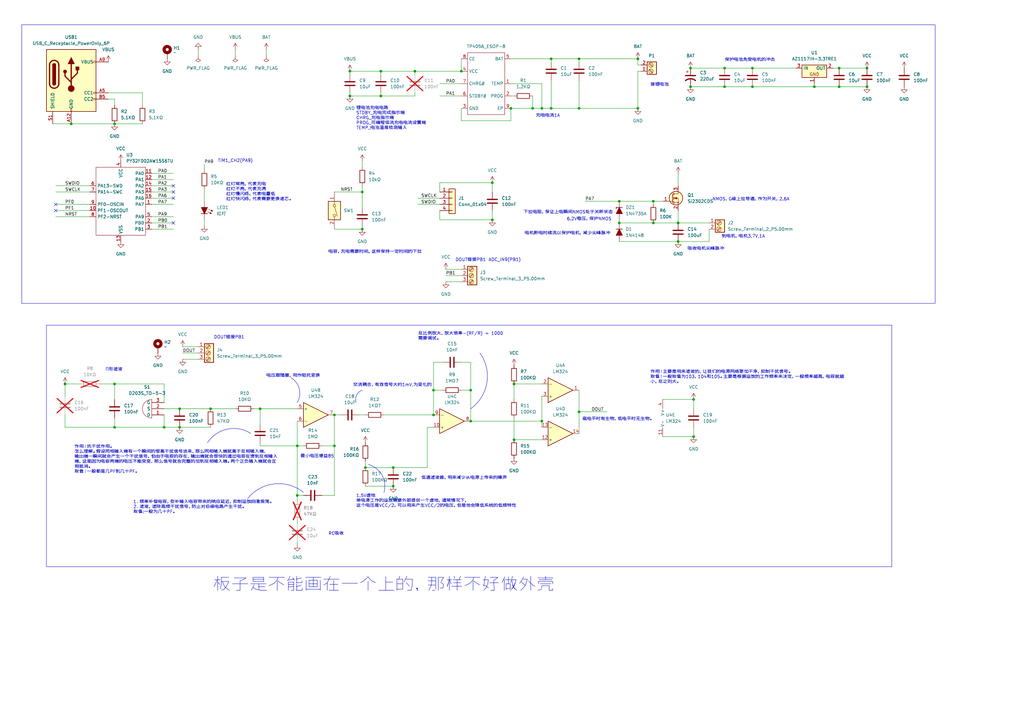
<source format=kicad_sch>
(kicad_sch (version 20231120) (generator "eeschema") (generator_version "8.0")
  (paper "A3")
  (lib_symbols
    (symbol "Amplifier_Operational:LM324" (pin_names (offset 0.127))
      (property "Reference" "U" (at 0 5.08 0))
      (property "Value" "LM324" (at 0 -5.08 0))
      (symbol "LM324_1_1"
        (pin output line (at 7.62 0 180) (length 2.54) (name "~") (number "1"))
        (pin input line (at -7.62 -2.54 0) (length 2.54) (name "-") (number "2"))
        (pin input line (at -7.62 2.54 0) (length 2.54) (name "+") (number "3"))
      )
      (symbol "LM324_2_1"
        (pin input line (at -7.62 2.54 0) (length 2.54) (name "+") (number "5"))
        (pin input line (at -7.62 -2.54 0) (length 2.54) (name "-") (number "6"))
        (pin output line (at 7.62 0 180) (length 2.54) (name "~") (number "7"))
      )
      (symbol "LM324_3_1"
        (pin input line (at -7.62 2.54 0) (length 2.54) (name "+") (number "10"))
        (pin output line (at 7.62 0 180) (length 2.54) (name "~") (number "8"))
        (pin input line (at -7.62 -2.54 0) (length 2.54) (name "-") (number "9"))
      )
      (symbol "LM324_4_1"
        (pin input line (at -7.62 2.54 0) (length 2.54) (name "+") (number "12"))
        (pin input line (at -7.62 -2.54 0) (length 2.54) (name "-") (number "13"))
        (pin output line (at 7.62 0 180) (length 2.54) (name "~") (number "14"))
      )
      (symbol "LM324_5_1"
        (pin power_in line (at -2.54 -7.62 90) (length 3.81) (name "V-") (number "11"))
        (pin power_in line (at -2.54 7.62 270) (length 3.81) (name "V+") (number "4"))
      )
    )
    (symbol "Connector:USB_C_Receptacle_PowerOnly_6P" (pin_names (offset 1.016))
      (property "Reference" "J" (at 0 16.51 0))
      (property "Value" "USB_C_Receptacle_PowerOnly_6P" (at 0 13.97 0))
      (symbol "USB_C_Receptacle_PowerOnly_6P_1_1"
        (pin passive line (at 0 -17.78 90) (length 5.08) (name "GND") (number "A12"))
        (pin bidirectional line (at 15.24 -5.08 180) (length 5.08) (name "CC1") (number "A5"))
        (pin passive line (at 15.24 7.62 180) (length 5.08) (name "VBUS") (number "A9"))
        (pin passive line (at 0 -17.78 90) (length 5.08) hide (name "GND") (number "B12"))
        (pin bidirectional line (at 15.24 -7.62 180) (length 5.08) (name "CC2") (number "B5"))
        (pin passive line (at 15.24 7.62 180) (length 5.08) hide (name "VBUS") (number "B9"))
        (pin passive line (at -7.62 -17.78 90) (length 5.08) (name "SHIELD") (number "S1"))
      )
    )
    (symbol "Connector_Generic:Conn_01x04" (pin_names (offset 1.016) hide)
      (property "Reference" "J" (at 0 5.08 0))
      (property "Value" "Conn_01x04" (at 0 -7.62 0))
      (symbol "Conn_01x04_1_1"
        (pin passive line (at -5.08 2.54 0) (length 3.81) (name "Pin_1") (number "1"))
        (pin passive line (at -5.08 0 0) (length 3.81) (name "Pin_2") (number "2"))
        (pin passive line (at -5.08 -2.54 0) (length 3.81) (name "Pin_3") (number "3"))
        (pin passive line (at -5.08 -5.08 0) (length 3.81) (name "Pin_4") (number "4"))
      )
    )
    (symbol "Mechanical:MountingHole_Pad" (pin_numbers hide) (pin_names (offset 1.016) hide) (exclude_from_sim yes) (in_bom no)
      (property "Reference" "H" (at 0 6.35 0))
      (property "Value" "MountingHole_Pad" (at 0 4.445 0))
      (symbol "MountingHole_Pad_1_1"
        (pin input line (at 0 -2.54 90) (length 2.54) (name "1") (number "1"))
      )
    )
    (symbol "PCM_Capacitor_US_AKL:CP_Radial_D8.0mm_P3.50mm" (pin_numbers hide) (pin_names (offset 0.254))
      (property "Reference" "C" (at 0.635 2.54 0))
      (property "Value" "CP_Radial_D8.0mm_P3.50mm" (at 0.635 -2.54 0))
      (symbol "CP_Radial_D8.0mm_P3.50mm_1_1"
        (pin passive line (at 0 3.81 270) (length 2.794) (name "~") (number "1"))
        (pin passive line (at 0 -3.81 90) (length 3.302) (name "~") (number "2"))
      )
      (symbol "CP_Radial_D8.0mm_P3.50mm_1_2"
        (pin passive line (at 2.54 2.54 270) (length 0) (name "~") (number "1"))
        (pin passive line (at -2.54 -2.54 90) (length 0) (name "~") (number "2"))
      )
    )
    (symbol "PCM_Capacitor_US_AKL:C_0805" (pin_numbers hide) (pin_names (offset 0.254))
      (property "Reference" "C" (at 0.635 2.54 0))
      (property "Value" "C_0805" (at 0.635 -2.54 0))
      (symbol "C_0805_1_1"
        (pin passive line (at 0 3.81 270) (length 2.794) (name "~") (number "1"))
        (pin passive line (at 0 -3.81 90) (length 2.794) (name "~") (number "2"))
      )
      (symbol "C_0805_1_2"
        (pin passive line (at 2.54 2.54 270) (length 0) (name "~") (number "1"))
        (pin passive line (at -2.54 -2.54 90) (length 0) (name "~") (number "2"))
      )
    )
    (symbol "PCM_Capacitor_US_AKL:C_Disc_D5.1mm_W3.2mm_P5.00mm" (pin_numbers hide) (pin_names (offset 0.254))
      (property "Reference" "C" (at 0.635 2.54 0))
      (property "Value" "C_Disc_D5.1mm_W3.2mm_P5.00mm" (at 0.635 -2.54 0))
      (symbol "C_Disc_D5.1mm_W3.2mm_P5.00mm_1_1"
        (pin passive line (at 0 3.81 270) (length 2.794) (name "~") (number "1"))
        (pin passive line (at 0 -3.81 90) (length 2.794) (name "~") (number "2"))
      )
      (symbol "C_Disc_D5.1mm_W3.2mm_P5.00mm_1_2"
        (pin passive line (at 2.54 2.54 270) (length 0) (name "~") (number "1"))
        (pin passive line (at -2.54 -2.54 90) (length 0) (name "~") (number "2"))
      )
    )
    (symbol "PCM_Diode_AKL:1N4148" (pin_numbers hide) (pin_names (offset 1.016) hide)
      (property "Reference" "D" (at 0 5.08 0))
      (property "Value" "1N4148" (at 0 2.54 0))
      (symbol "1N4148_1_1"
        (pin passive line (at 3.81 0 180) (length 2.54) (name "K") (number "1"))
        (pin passive line (at -3.81 0 0) (length 2.54) (name "A") (number "2"))
      )
      (symbol "1N4148_1_2"
        (pin passive line (at 2.54 2.54 180) (length 0) (name "K") (number "1"))
        (pin passive line (at -2.54 -2.54 0) (length 0) (name "A") (number "2"))
      )
    )
    (symbol "PCM_Diode_Zener_AKL:1N4735A" (pin_numbers hide) (pin_names (offset 1.016) hide)
      (property "Reference" "DZ" (at 0 7.62 0))
      (property "Value" "1N4735A" (at 0 5.08 0))
      (symbol "1N4735A_1_1"
        (pin passive line (at 3.81 0 180) (length 2.54) (name "K") (number "1"))
        (pin passive line (at -3.81 0 0) (length 2.54) (name "A") (number "2"))
      )
      (symbol "1N4735A_1_2"
        (pin passive line (at 2.54 2.54 180) (length 0) (name "K") (number "1"))
        (pin passive line (at -2.54 -2.54 0) (length 0) (name "A") (number "2"))
      )
    )
    (symbol "PCM_LED_AKL:LED_3mm" (pin_numbers hide) (pin_names (offset 1.016) hide)
      (property "Reference" "LED" (at 0 7.62 0))
      (property "Value" "LED_3mm" (at 0 5.08 0))
      (symbol "LED_3mm_1_1"
        (pin passive line (at 3.81 0 180) (length 2.54) (name "K") (number "1"))
        (pin passive line (at -3.81 0 0) (length 2.54) (name "A") (number "2"))
      )
      (symbol "LED_3mm_1_2"
        (pin passive line (at 2.54 2.54 180) (length 0) (name "K") (number "1"))
        (pin passive line (at -2.54 -2.54 0) (length 0) (name "A") (number "2"))
      )
    )
    (symbol "PCM_Resistor_AKL:R_DIN0207_P2.54mm" (pin_numbers hide) (pin_names (offset 0))
      (property "Reference" "R" (at 2.54 1.27 0))
      (property "Value" "R_DIN0207_P2.54mm" (at 2.54 -1.27 0))
      (symbol "R_DIN0207_P2.54mm_1_1"
        (pin passive line (at 0 3.81 270) (length 1.27) (name "~") (number "1"))
        (pin passive line (at 0 -3.81 90) (length 1.27) (name "~") (number "2"))
      )
      (symbol "R_DIN0207_P2.54mm_1_2"
        (pin passive line (at 2.54 2.54 180) (length 0) (name "") (number "1"))
        (pin passive line (at -2.54 -2.54 0) (length 0) (name "") (number "2"))
      )
    )
    (symbol "PCM_SL_Screw_Terminal:Screw_Terminal_2_P5.00mm"
      (property "Reference" "J" (at 0 3.81 0))
      (property "Value" "Screw_Terminal_2_P5.00mm" (at 0 -3.81 0))
      (symbol "Screw_Terminal_2_P5.00mm_1_1"
        (pin passive line (at -3.81 1.27 0) (length 2.54) (name "") (number "1"))
        (pin passive line (at -3.81 -1.27 0) (length 2.54) (name "") (number "2"))
      )
    )
    (symbol "PCM_SL_Screw_Terminal:Screw_Terminal_3_P5.00mm"
      (property "Reference" "J" (at 0 5.842 0))
      (property "Value" "Screw_Terminal_3_P5.00mm" (at 1.27 -5.588 0))
      (symbol "Screw_Terminal_3_P5.00mm_1_1"
        (pin passive line (at -3.81 2.54 0) (length 2.54) (name "") (number "1"))
        (pin passive line (at -3.81 0 0) (length 2.54) (name "") (number "2"))
        (pin passive line (at -3.81 -2.54 0) (length 2.54) (name "") (number "3"))
      )
    )
    (symbol "PCM_Transistor_MOSFET_AKL:Si2302CDS" (pin_names hide)
      (property "Reference" "Q" (at 5.08 1.27 0))
      (property "Value" "Si2302CDS" (at 5.08 -1.27 0))
      (symbol "Si2302CDS_1_1"
        (pin input line (at -3.81 -1.27 0) (length 2.54) (name "G") (number "1"))
        (pin passive line (at 2.54 -5.08 90) (length 2.54) (name "S") (number "2"))
        (pin passive line (at 2.54 5.08 270) (length 2.54) (name "D") (number "3"))
      )
    )
    (symbol "PCM_Voltage_Regulator_AKL:AZ1117IH-3.3TRE1"
      (property "Reference" "U" (at 0 6.35 0))
      (property "Value" "AZ1117IH-3.3TRE1" (at 0 3.81 0))
      (symbol "AZ1117IH-3.3TRE1_0_0"
        (text "GND" (at 0 -2.54 0) (effects (font (size 1.27 1.27))))
      )
      (symbol "AZ1117IH-3.3TRE1_1_1"
        (pin power_in line (at 0 -6.35 90) (length 2.54) (name "~") (number "1"))
        (pin power_out line (at 7.62 0 180) (length 2.54) (name "OUT") (number "2"))
        (pin power_in line (at -7.62 0 0) (length 2.54) (name "IN") (number "3"))
      )
    )
    (symbol "Switch:SW_DIP_x01" (pin_names (offset 0) hide)
      (property "Reference" "SW" (at 0 3.81 0))
      (property "Value" "SW_DIP_x01" (at 0 -3.81 0))
      (symbol "SW_DIP_x01_1_1"
        (pin passive line (at -7.62 0 0) (length 5.08) (name "~") (number "1"))
        (pin passive line (at 7.62 0 180) (length 5.08) (name "~") (number "2"))
      )
    )
    (symbol "power:GND" (power) (pin_numbers hide) (pin_names (offset 0) hide)
      (property "Value" "GND" (at 0 -3.81 0))
      (symbol "GND_1_1"
        (pin power_in line (at 0 0 270) (length 0) (name "~") (number "1"))
      )
    )
    (symbol "power:PWR_FLAG" (power) (pin_numbers hide) (pin_names (offset 0) hide)
      (property "Value" "PWR_FLAG" (at 0 3.81 0))
      (symbol "PWR_FLAG_0_0"
        (pin power_out line (at 0 0 90) (length 0) (name "~") (number "1"))
      )
    )
    (symbol "power:VBUS" (power) (pin_numbers hide) (pin_names (offset 0) hide)
      (property "Value" "VBUS" (at 0 3.556 0))
      (symbol "VBUS_1_1"
        (pin power_in line (at 0 0 90) (length 0) (name "~") (number "1"))
      )
    )
    (symbol "power:VCC" (power) (pin_numbers hide) (pin_names (offset 0) hide)
      (property "Value" "VCC" (at 0 3.556 0))
      (symbol "VCC_1_1"
        (pin power_in line (at 0 0 90) (length 0) (name "~") (number "1"))
      )
    )
    (symbol "wsylib:D203S_TO-5-3"
      (property "Reference" "S" (at 0 0 0))
      (property "Value" "D203S_TO-5-3" (at 0 0 0))
      (symbol "D203S_TO-5-3_1_0"
        (pin passive line (at -5.08 2.54 0) (length 5.08) (name "D") (number "1"))
        (pin passive line (at -5.08 0 0) (length 5.08) (name "S") (number "2"))
        (pin passive line (at -5.08 -2.54 0) (length 5.08) (name "G") (number "3"))
      )
    )
    (symbol "wsylib:PY32F002AW15S6TU"
      (property "Reference" "U" (at 0 0 0))
      (property "Value" "PY32F002AW15S6TU" (at 0 0 0))
      (symbol "PY32F002AW15S6TU_1_0"
        (pin passive line (at 12.7 -2.54 180) (length 2.54) (name "PA7") (number "1"))
        (pin passive line (at -12.7 -5.08 0) (length 2.54) (name "PF1-OSCOUT") (number "10"))
        (pin passive line (at 12.7 10.16 180) (length 2.54) (name "PA0") (number "11"))
        (pin passive line (at 12.7 7.62 180) (length 2.54) (name "PA1") (number "12"))
        (pin passive line (at 0 -17.78 90) (length 2.54) (name "VSS") (number "13"))
        (pin passive line (at 12.7 5.08 180) (length 2.54) (name "PA2") (number "14"))
        (pin passive line (at 12.7 2.54 180) (length 2.54) (name "PA3") (number "15"))
        (pin passive line (at 12.7 0 180) (length 2.54) (name "PA6") (number "16"))
        (pin passive line (at 12.7 -10.16 180) (length 2.54) (name "PB0") (number "2"))
        (pin passive line (at 12.7 -12.7 180) (length 2.54) (name "PB1") (number "3"))
        (pin passive line (at 0 15.24 270) (length 2.54) (name "VCC") (number "4"))
        (pin passive line (at 12.7 -7.62 180) (length 2.54) (name "PA9") (number "5"))
        (pin passive line (at -12.7 5.08 0) (length 2.54) (name "PA13-SWD") (number "6"))
        (pin passive line (at -12.7 2.54 0) (length 2.54) (name "PA14-SWC") (number "7"))
        (pin passive line (at -12.7 -7.62 0) (length 2.54) (name "PF2-NRST") (number "8"))
        (pin passive line (at -12.7 -2.54 0) (length 2.54) (name "PF0-OSCIN") (number "9"))
      )
    )
    (symbol "wsylib:TP4056_ESOP-8"
      (property "Reference" "U" (at 0 17.78 0))
      (property "Value" "TP4056_ESOP-8" (at 0 0 0))
      (symbol "TP4056_ESOP-8_1_0"
        (pin input line (at 10.16 0 180) (length 2.54) (name "TEMP") (number "1"))
        (pin input line (at 10.16 -5.08 180) (length 2.54) (name "PROG") (number "2"))
        (pin input line (at -10.16 -10.16 0) (length 2.54) (name "GND") (number "3"))
        (pin input line (at -10.16 5.08 0) (length 2.54) (name "VCC") (number "4"))
        (pin input line (at 10.16 10.16 180) (length 2.54) (name "BAT") (number "5"))
        (pin input line (at -10.16 -5.08 0) (length 2.54) (name "STDBY#") (number "6"))
        (pin input line (at -10.16 0 0) (length 2.54) (name "CHRG#") (number "7"))
        (pin input line (at -10.16 10.16 0) (length 2.54) (name "CE") (number "8"))
        (pin input line (at 10.16 -10.16 180) (length 2.54) (name "EP") (number "9"))
      )
    )
  )
  (junction (at 278.13 91.44))
  (junction (at 209.55 44.45))
  (junction (at 237.49 44.45))
  (junction (at 222.25 44.45))
  (junction (at 193.04 172.72))
  (junction (at 189.23 29.21))
  (junction (at 170.18 29.21))
  (junction (at 46.99 50.8))
  (junction (at 201.93 74.93))
  (junction (at 149.86 191.77))
  (junction (at 143.51 39.37))
  (junction (at 344.17 27.94))
  (junction (at 226.06 24.13))
  (junction (at 308.61 35.56))
  (junction (at 254 91.44))
  (junction (at 283.21 35.56))
  (junction (at 106.68 167.64))
  (junction (at 297.18 27.94))
  (junction (at 177.8 170.18))
  (junction (at 137.16 170.18))
  (junction (at 334.01 35.56))
  (junction (at 261.62 24.13))
  (junction (at 201.93 90.17))
  (junction (at 121.92 203.2))
  (junction (at 283.21 27.94))
  (junction (at 67.31 175.26))
  (junction (at 210.82 157.48))
  (junction (at 29.21 50.8))
  (junction (at 137.16 182.88))
  (junction (at 355.6 27.94))
  (junction (at 156.21 39.37))
  (junction (at 46.99 175.26))
  (junction (at 284.48 179.07))
  (junction (at 297.18 35.56))
  (junction (at 26.67 157.48))
  (junction (at 148.59 93.98))
  (junction (at 237.49 24.13))
  (junction (at 284.48 163.83))
  (junction (at 237.49 168.91))
  (junction (at 226.06 44.45))
  (junction (at 267.97 91.44))
  (junction (at 278.13 99.06))
  (junction (at 143.51 29.21))
  (junction (at 193.04 160.02))
  (junction (at 308.61 27.94))
  (junction (at 161.29 199.39))
  (junction (at 222.25 172.72))
  (junction (at 261.62 44.45))
  (junction (at 121.92 182.88))
  (junction (at 210.82 180.34))
  (junction (at 344.17 35.56))
  (junction (at 46.99 157.48))
  (junction (at 73.66 175.26))
  (junction (at 148.59 78.74))
  (junction (at 73.66 167.64))
  (junction (at 161.29 191.77))
  (junction (at 267.97 82.55))
  (junction (at 218.44 44.45))
  (junction (at 86.36 167.64))
  (junction (at 177.8 160.02))
  (junction (at 355.6 35.56))
  (junction (at 156.21 29.21))
  (junction (at 254 82.55))
  (no_connect (at 71.12 91.44))
  (no_connect (at 22.86 83.82))
  (no_connect (at 22.86 86.36))
  (no_connect (at 71.12 81.28))
  (no_connect (at 71.12 78.74))
  (no_connect (at 71.12 76.2))
  (wire (pts (xy 284.48 163.83) (xy 284.48 167.64)))
  (wire (pts (xy 44.45 38.1) (xy 58.42 38.1)))
  (wire (pts (xy 261.62 44.45) (xy 261.62 29.21)))
  (wire (pts (xy 209.55 44.45) (xy 218.44 44.45)))
  (wire (pts (xy 177.8 148.59) (xy 181.61 148.59)))
  (wire (pts (xy 121.92 222.25) (xy 121.92 223.52)))
  (wire (pts (xy 271.78 179.07) (xy 284.48 179.07)))
  (wire (pts (xy 171.45 81.28) (xy 180.34 81.28)))
  (wire (pts (xy 278.13 91.44) (xy 290.83 91.44)))
  (wire (pts (xy 67.31 175.26) (xy 73.66 175.26)))
  (wire (pts (xy 175.26 175.26) (xy 175.26 191.77)))
  (wire (pts (xy 21.59 50.8) (xy 29.21 50.8)))
  (wire (pts (xy 67.31 165.1) (xy 67.31 157.48)))
  (wire (pts (xy 62.23 78.74) (xy 71.12 78.74)))
  (wire (pts (xy 344.17 35.56) (xy 355.6 35.56)))
  (wire (pts (xy 261.62 26.67) (xy 262.89 26.67)))
  (wire (pts (xy 22.86 88.9) (xy 36.83 88.9)))
  (wire (pts (xy 62.23 73.66) (xy 71.12 73.66)))
  (wire (pts (xy 218.44 44.45) (xy 222.25 44.45)))
  (wire (pts (xy 62.23 93.98) (xy 71.12 93.98)))
  (wire (pts (xy 67.31 167.64) (xy 73.66 167.64)))
  (wire (pts (xy 46.99 40.64) (xy 46.99 43.18)))
  (wire (pts (xy 182.88 115.57) (xy 189.23 115.57)))
  (wire (pts (xy 267.97 82.55) (xy 271.78 82.55)))
  (wire (pts (xy 148.59 76.2) (xy 148.59 78.74)))
  (wire (pts (xy 156.21 29.21) (xy 156.21 30.48)))
  (wire (pts (xy 341.63 27.94) (xy 344.17 27.94)))
  (wire (pts (xy 22.86 76.2) (xy 36.83 76.2)))
  (wire (pts (xy 284.48 179.07) (xy 284.48 175.26)))
  (wire (pts (xy 237.49 168.91) (xy 248.92 168.91)))
  (wire (pts (xy 182.88 110.49) (xy 189.23 110.49)))
  (wire (pts (xy 278.13 99.06) (xy 290.83 99.06)))
  (wire (pts (xy 237.49 33.02) (xy 237.49 44.45)))
  (wire (pts (xy 180.34 86.36) (xy 180.34 90.17)))
  (wire (pts (xy 180.34 74.93) (xy 201.93 74.93)))
  (wire (pts (xy 290.83 93.98) (xy 290.83 99.06)))
  (wire (pts (xy 86.36 167.64) (xy 96.52 167.64)))
  (wire (pts (xy 308.61 27.94) (xy 326.39 27.94)))
  (wire (pts (xy 121.92 172.72) (xy 121.92 182.88)))
  (wire (pts (xy 180.34 90.17) (xy 201.93 90.17)))
  (wire (pts (xy 237.49 24.13) (xy 237.49 25.4)))
  (wire (pts (xy 74.93 147.32) (xy 81.28 147.32)))
  (wire (pts (xy 201.93 74.93) (xy 201.93 78.74)))
  (wire (pts (xy 121.92 182.88) (xy 121.92 203.2)))
  (wire (pts (xy 267.97 91.44) (xy 278.13 91.44)))
  (wire (pts (xy 109.22 20.32) (xy 109.22 22.86)))
  (wire (pts (xy 237.49 44.45) (xy 261.62 44.45)))
  (wire (pts (xy 189.23 49.53) (xy 209.55 49.53)))
  (wire (pts (xy 26.67 170.18) (xy 26.67 175.26)))
  (wire (pts (xy 210.82 171.45) (xy 210.82 180.34)))
  (wire (pts (xy 240.03 82.55) (xy 254 82.55)))
  (wire (pts (xy 209.55 24.13) (xy 226.06 24.13)))
  (wire (pts (xy 177.8 160.02) (xy 177.8 148.59)))
  (wire (pts (xy 46.99 157.48) (xy 46.99 163.83)))
  (wire (pts (xy 226.06 44.45) (xy 237.49 44.45)))
  (wire (pts (xy 149.86 191.77) (xy 161.29 191.77)))
  (wire (pts (xy 22.86 86.36) (xy 36.83 86.36)))
  (wire (pts (xy 96.52 22.86) (xy 96.52 20.32)))
  (wire (pts (xy 180.34 78.74) (xy 180.34 74.93)))
  (wire (pts (xy 161.29 191.77) (xy 175.26 191.77)))
  (wire (pts (xy 177.8 160.02) (xy 177.8 170.18)))
  (wire (pts (xy 143.51 29.21) (xy 143.51 30.48)))
  (wire (pts (xy 278.13 86.36) (xy 278.13 91.44)))
  (wire (pts (xy 193.04 160.02) (xy 193.04 172.72)))
  (wire (pts (xy 83.82 90.17) (xy 83.82 92.71)))
  (wire (pts (xy 170.18 38.1) (xy 170.18 39.37)))
  (wire (pts (xy 73.66 175.26) (xy 86.36 175.26)))
  (wire (pts (xy 189.23 160.02) (xy 193.04 160.02)))
  (wire (pts (xy 40.64 157.48) (xy 46.99 157.48)))
  (wire (pts (xy 254 91.44) (xy 267.97 91.44)))
  (wire (pts (xy 74.93 142.24) (xy 81.28 142.24)))
  (wire (pts (xy 334.01 34.29) (xy 334.01 35.56)))
  (wire (pts (xy 62.23 83.82) (xy 71.12 83.82)))
  (wire (pts (xy 222.25 162.56) (xy 222.25 172.72)))
  (wire (pts (xy 67.31 170.18) (xy 67.31 175.26)))
  (wire (pts (xy 226.06 33.02) (xy 226.06 44.45)))
  (wire (pts (xy 189.23 44.45) (xy 189.23 49.53)))
  (wire (pts (xy 278.13 71.12) (xy 278.13 76.2)))
  (wire (pts (xy 237.49 160.02) (xy 237.49 168.91)))
  (wire (pts (xy 62.23 88.9) (xy 71.12 88.9)))
  (wire (pts (xy 26.67 175.26) (xy 46.99 175.26)))
  (wire (pts (xy 237.49 24.13) (xy 261.62 24.13)))
  (wire (pts (xy 181.61 160.02) (xy 177.8 160.02)))
  (wire (pts (xy 121.92 213.36) (xy 121.92 214.63)))
  (wire (pts (xy 254 82.55) (xy 267.97 82.55)))
  (wire (pts (xy 62.23 71.12) (xy 71.12 71.12)))
  (wire (pts (xy 254 99.06) (xy 278.13 99.06)))
  (wire (pts (xy 106.68 181.61) (xy 106.68 182.88)))
  (wire (pts (xy 149.86 189.23) (xy 149.86 191.77)))
  (wire (pts (xy 149.86 199.39) (xy 161.29 199.39)))
  (wire (pts (xy 267.97 83.82) (xy 267.97 82.55)))
  (wire (pts (xy 201.93 90.17) (xy 201.93 86.36)))
  (wire (pts (xy 180.34 34.29) (xy 189.23 34.29)))
  (wire (pts (xy 83.82 77.47) (xy 83.82 82.55)))
  (wire (pts (xy 170.18 29.21) (xy 170.18 30.48)))
  (wire (pts (xy 222.25 34.29) (xy 222.25 44.45)))
  (wire (pts (xy 121.92 203.2) (xy 121.92 205.74)))
  (wire (pts (xy 344.17 27.94) (xy 355.6 27.94)))
  (wire (pts (xy 156.21 29.21) (xy 170.18 29.21)))
  (wire (pts (xy 137.16 182.88) (xy 137.16 170.18)))
  (wire (pts (xy 58.42 38.1) (xy 58.42 43.18)))
  (wire (pts (xy 226.06 24.13) (xy 226.06 25.4)))
  (wire (pts (xy 148.59 66.04) (xy 148.59 68.58)))
  (wire (pts (xy 308.61 35.56) (xy 334.01 35.56)))
  (wire (pts (xy 106.68 182.88) (xy 121.92 182.88)))
  (wire (pts (xy 62.23 91.44) (xy 71.12 91.44)))
  (wire (pts (xy 261.62 24.13) (xy 261.62 26.67)))
  (wire (pts (xy 297.18 27.94) (xy 308.61 27.94)))
  (wire (pts (xy 137.16 170.18) (xy 139.7 170.18)))
  (wire (pts (xy 222.25 44.45) (xy 226.06 44.45)))
  (wire (pts (xy 156.21 39.37) (xy 170.18 39.37)))
  (wire (pts (xy 261.62 29.21) (xy 262.89 29.21)))
  (wire (pts (xy 297.18 35.56) (xy 308.61 35.56)))
  (wire (pts (xy 210.82 180.34) (xy 222.25 180.34)))
  (wire (pts (xy 62.23 76.2) (xy 71.12 76.2)))
  (wire (pts (xy 137.16 203.2) (xy 137.16 182.88)))
  (wire (pts (xy 121.92 203.2) (xy 124.46 203.2)))
  (wire (pts (xy 46.99 171.45) (xy 46.99 175.26)))
  (wire (pts (xy 222.25 172.72) (xy 222.25 175.26)))
  (wire (pts (xy 210.82 157.48) (xy 210.82 163.83)))
  (wire (pts (xy 271.78 163.83) (xy 284.48 163.83)))
  (wire (pts (xy 283.21 35.56) (xy 297.18 35.56)))
  (wire (pts (xy 182.88 113.03) (xy 189.23 113.03)))
  (wire (pts (xy 106.68 173.99) (xy 106.68 167.64)))
  (wire (pts (xy 189.23 148.59) (xy 193.04 148.59)))
  (wire (pts (xy 83.82 67.31) (xy 83.82 69.85)))
  (wire (pts (xy 121.92 182.88) (xy 124.46 182.88)))
  (wire (pts (xy 193.04 172.72) (xy 222.25 172.72)))
  (wire (pts (xy 44.45 40.64) (xy 46.99 40.64)))
  (wire (pts (xy 67.31 157.48) (xy 46.99 157.48)))
  (wire (pts (xy 237.49 168.91) (xy 237.49 177.8)))
  (wire (pts (xy 22.86 78.74) (xy 36.83 78.74)))
  (wire (pts (xy 132.08 203.2) (xy 137.16 203.2)))
  (wire (pts (xy 226.06 24.13) (xy 237.49 24.13)))
  (wire (pts (xy 189.23 24.13) (xy 189.23 29.21)))
  (wire (pts (xy 157.48 170.18) (xy 177.8 170.18)))
  (wire (pts (xy 62.23 81.28) (xy 71.12 81.28)))
  (wire (pts (xy 73.66 167.64) (xy 86.36 167.64)))
  (wire (pts (xy 148.59 92.71) (xy 148.59 93.98)))
  (wire (pts (xy 171.45 83.82) (xy 180.34 83.82)))
  (wire (pts (xy 143.51 29.21) (xy 156.21 29.21)))
  (wire (pts (xy 26.67 157.48) (xy 33.02 157.48)))
  (wire (pts (xy 193.04 148.59) (xy 193.04 160.02)))
  (wire (pts (xy 147.32 170.18) (xy 149.86 170.18)))
  (wire (pts (xy 81.28 22.86) (xy 81.28 20.32)))
  (wire (pts (xy 29.21 50.8) (xy 46.99 50.8)))
  (wire (pts (xy 106.68 167.64) (xy 104.14 167.64)))
  (wire (pts (xy 106.68 167.64) (xy 121.92 167.64)))
  (wire (pts (xy 148.59 78.74) (xy 148.59 85.09)))
  (wire (pts (xy 26.67 157.48) (xy 26.67 162.56)))
  (wire (pts (xy 180.34 39.37) (xy 189.23 39.37)))
  (wire (pts (xy 209.55 49.53) (xy 209.55 44.45)))
  (wire (pts (xy 175.26 175.26) (xy 177.8 175.26)))
  (wire (pts (xy 218.44 39.37) (xy 218.44 44.45)))
  (wire (pts (xy 254 90.17) (xy 254 91.44)))
  (wire (pts (xy 210.82 39.37) (xy 209.55 39.37)))
  (wire (pts (xy 209.55 34.29) (xy 222.25 34.29)))
  (wire (pts (xy 46.99 175.26) (xy 67.31 175.26)))
  (wire (pts (xy 22.86 83.82) (xy 36.83 83.82)))
  (wire (pts (xy 143.51 38.1) (xy 143.51 39.37)))
  (wire (pts (xy 170.18 29.21) (xy 189.23 29.21)))
  (wire (pts (xy 137.16 78.74) (xy 148.59 78.74)))
  (wire (pts (xy 156.21 38.1) (xy 156.21 39.37)))
  (wire (pts (xy 74.93 144.78) (xy 81.28 144.78)))
  (wire (pts (xy 210.82 157.48) (xy 222.25 157.48)))
  (wire (pts (xy 283.21 27.94) (xy 297.18 27.94)))
  (wire (pts (xy 46.99 50.8) (xy 58.42 50.8)))
  (wire (pts (xy 334.01 35.56) (xy 344.17 35.56)))
  (wire (pts (xy 132.08 182.88) (xy 137.16 182.88)))
  (wire (pts (xy 148.59 93.98) (xy 137.16 93.98)))
  (wire (pts (xy 143.51 39.37) (xy 156.21 39.37)))
  (arc (start 85.09 181.61) (mid 93.1909 176.0226) (end 102.87 177.8))
  (arc (start 146.05 165.1) (mid 146.2679 162.0339) (end 148.59 160.02))
  (rectangle (start 19.05 133.35) (end 365.76 232.41))
  (arc (start 151.13 190.5) (mid 156.6722 194.8999) (end 157.48 201.93))
  (rectangle (start 8.89 10.16) (end 383.54 124.46))
  (arc (start 196.85 144.78) (mid 199.6795 156.9991) (end 193.04 167.64))
  (arc (start 101.6 204.47) (mid 112.5039 198.4655) (end 124.46 201.93))
  (arc (start 119.38 154.94) (mid 122.7542 159.4939) (end 121.92 165.1))
  (text "DOUT链接PB1" (at 93.98 138.43 0) (effects (font (size 1.27 1.27))))
  (text "DOUT链接PB1" (at 193.04 106.68 0) (effects (font (size 1.27 1.27))))
  (text "到电机，电机3.7V,1A" (at 295.91 97.79 0) (effects (font (size 1.27 1.27)) (justify left bottom)))
  (text "接锂电池" (at 266.7 35.56 0) (effects (font (size 1.27 1.27)) (justify left bottom)))
  (text "TIM1_CH2(PA9)\n" (at 96.52 66.04 0) (effects (font (size 1.27 1.27))))
  (text "最小电压增益85\n" (at 123.19 187.96 0) (effects (font (size 1.27 1.27)) (justify left bottom)))
  (text "高电平时有生物，低电平时无生物。" (at 238.76 172.72 0) (effects (font (size 1.27 1.27)) (justify left bottom)))
  (text "1.5V虚地\n单电源工作的运放需要外部提供一个虚地，通常情况下，\n这个电压是VCC/2，可以用来产生VCC/2的电压，但是他会降低系统的低频特性\n" (at 146.05 208.28 0) (effects (font (size 1.27 1.27)) (justify left bottom)))
  (text "RC吸收" (at 134.62 219.71 0) (effects (font (size 1.27 1.27)) (justify left bottom)))
  (text "反比例放大，放大倍率-(RF/R) = 1000\n需要调试。" (at 171.45 139.7 0) (effects (font (size 1.27 1.27)) (justify left bottom)))
  (text "锂电池充电电路\nSTDBY_充电完成指示端\nCHRG_充电指示端\nPROG_可编程恒流充电电流设置端\nTEMP_电池温度检测输入" (at 146.05 53.34 0) (effects (font (size 1.27 1.27)) (justify left bottom)))
  (text "低通滤波器，用来减少从电源上传来的噪声" (at 172.72 196.85 0) (effects (font (size 1.27 1.27)) (justify left bottom)))
  (text "作用：主要是用来滤波的，让我们的电源网络更加干净，抑制干扰信号。\n取值：一般取值为103，104和105。主要是根据运放的工作频率来决定，一般频率越高，电容就越\n小，反之则大。" (at 266.7 157.48 0) (effects (font (size 1.27 1.27)) (justify left bottom)))
  (text "吸收电机尖峰脉冲" (at 281.94 102.87 0) (effects (font (size 1.27 1.27)) (justify left bottom)))
  (text "充电电流1A" (at 219.71 48.26 0) (effects (font (size 1.27 1.27)) (justify left bottom)))
  (text "电压跟随器，用作阻抗变换\n" (at 109.22 154.94 0) (effects (font (size 1.27 1.27)) (justify left bottom)))
  (text "作用：抗干扰作用。\n怎么理解。假设同相输入端有一个瞬间的很高干扰信号进来，那么同相输入端就高于反相输入端，\n输出端一瞬间就会产生一个干扰信号，但由于电容的存在，输出端就会很快的通过电容反馈到反相输入\n端，这是因为电容两端的电压不能突变，那么信号就会完整的加到反相输入端。两个正负输入端就会互\n相抵消。\n取值：一般都是几PF到几十PF。\n" (at 30.48 194.31 0) (effects (font (size 1.27 1.27)) (justify left bottom)))
  (text "电机断电时续流以保护电机，减少尖峰脉冲" (at 215.138 96.52 0) (effects (font (size 1.27 1.27)) (justify left bottom)))
  (text "Π形滤波" (at 43.18 152.4 0) (effects (font (size 1.27 1.27)) (justify left bottom)))
  (text "电容，充电需要时间，这样保持一定时间的下拉\n" (at 134.62 104.14 0) (effects (font (size 1.27 1.27)) (justify left bottom)))
  (text "红灯常亮，代表充电\n红灯不亮，代表充满\n红灯慢闪烁，代表电量低\n红灯快闪烁，代表需要更换滤芯。" (at 92.71 82.55 0) (effects (font (size 1.27 1.27)) (justify left bottom)))
  (text "NMOS，G级上拉导通，作为开关，2.6A" (at 292.1 82.55 0) (effects (font (size 1.27 1.27)) (justify left bottom)))
  (text "1、频率补偿电容，弥补输入电容带来的响应延迟，抑制运放自激振荡。\n2、滤波，滤除高频干扰信号，防止对后级电路产生干扰。\n取值:一般为几十PF。" (at 54.61 210.82 0) (effects (font (size 1.27 1.27)) (justify left bottom)))
  (text "板子是不能画在一个上的，那样不好做外壳" (at 157.48 240.03 0) (effects (font (size 5.08 5.08))))
  (text "交流耦合，有效信号大约1mV,为变化的\n" (at 144.78 158.75 0) (effects (font (size 1.27 1.27)) (justify left bottom)))
  (text "6.2V稳压，保护NMOS" (at 232.41 90.678 0) (effects (font (size 1.27 1.27)) (justify left bottom)))
  (text "ADC_IN9(PB1)\n" (at 207.01 106.68 0) (effects (font (size 1.27 1.27))))
  (text "保护电池免受电机的冲击\n" (at 297.18 25.4 0) (effects (font (size 1.27 1.27)) (justify left bottom)))
  (text "下拉电阻，保证上电瞬间NMOS处于关断状态" (at 214.63 87.884 0) (effects (font (size 1.27 1.27)) (justify left bottom)))
  (label "PA0" (at 64.77 71.12 0))
  (label "PA0" (at 182.88 34.29 0))
  (label "PF0" (at 26.67 83.82 0))
  (label "PA9" (at 64.77 88.9 0))
  (label "NRST" (at 139.7 78.74 0))
  (label "PA2" (at 64.77 76.2 0))
  (label "PA1" (at 182.88 39.37 0))
  (label "SWCLK" (at 26.67 78.74 0))
  (label "PA7" (at 240.03 82.55 0))
  (label "PB1" (at 64.77 93.98 0))
  (label "SWDIO" (at 26.67 76.2 0))
  (label "NRST" (at 26.67 88.9 0))
  (label "SWDIO" (at 172.72 83.82 0))
  (label "PA9" (at 83.82 67.31 0))
  (label "SWCLK" (at 172.72 81.28 0))
  (label "PB1" (at 182.88 113.03 0))
  (label "DOUT" (at 74.93 144.78 0))
  (label "PF1" (at 26.67 86.36 0))
  (label "PB0" (at 64.77 91.44 0))
  (label "DOUT" (at 242.57 168.91 0))
  (label "PA6" (at 64.77 81.28 0))
  (label "PA1" (at 64.77 73.66 0))
  (label "PA3" (at 64.77 78.74 0))
  (label "PA7" (at 64.77 83.82 0))
  (symbol (lib_id "Switch:SW_DIP_x01") (at 137.16 86.36 270) (unit 1)
    (property "Reference" "SW1" (at 140.97 86.3599 90) (effects (justify left)))
    (property "Value" "SW_DIP_x01" (effects (hide yes)))
    (property "Footprint" "Button_Switch_THT:SW_PUSH_6mm_H7.3mm" (effects (hide yes)))
    (property "Description" "1x DIP Switch, Single Pole Single Throw (SPST) switch, small symbol" (effects (hide yes)))
  )
  (symbol (lib_id "power:GND") (at 83.82 92.71 0) (unit 1)
    (property "Reference" "#PWR022" (effects (hide yes)))
    (property "Value" "GND" (at 83.82 97.79 0))
    (property "Description" "Power symbol creates a global label with name \"GND\" , ground" (effects (hide yes)))
  )
  (symbol (lib_id "power:GND") (at 68.58 24.13 0) (unit 1)
    (property "Reference" "#PWR04" (effects (hide yes)))
    (property "Value" "GND" (at 68.58 29.21 0))
    (property "Description" "Power symbol creates a global label with name \"GND\" , ground" (effects (hide yes)))
  )
  (symbol (lib_id "PCM_Capacitor_US_AKL:C_Disc_D5.1mm_W3.2mm_P5.00mm") (at 161.29 195.58 0) (unit 1)
    (property "Reference" "C22" (at 165.1 194.3099 0) (effects (justify left)))
    (property "Value" "100nF" (at 165.1 196.8499 0) (effects (justify left)))
    (property "Footprint" "PCM_Capacitor_THT_US_AKL:C_Disc_D5.1mm_W3.2mm_P5.00mm" (effects (hide yes)))
    (property "Description" "THT Ceramic Disc Capacitor, 5.1mm Diameter, 3.2mm Width, 5.00mm Pitch, Alternate KiCad Library" (effects (hide yes)))
  )
  (symbol (lib_id "PCM_Resistor_AKL:R_DIN0207_P2.54mm") (at 210.82 167.64 0) (mirror y) (unit 1)
    (property "Reference" "R11" (at 213.36 166.3699 0) (effects (justify right)))
    (property "Value" "100KΩ" (at 213.36 168.9099 0) (effects (justify right)))
    (property "Footprint" "PCM_Resistor_THT_AKL:R_Axial_DIN0207_L6.3mm_D2.5mm_P2.54mm_Vertical" (effects (hide yes)))
    (property "Description" "THT 0207 Resistor, 2.54mm Pin Pitch, European Symbol, Alternate KiCad Library" (effects (hide yes)))
  )
  (symbol (lib_id "PCM_Resistor_AKL:R_DIN0207_P2.54mm") (at 58.42 46.99 180) (unit 1)
    (property "Reference" "R3" (at 60.96 45.7199 0) (effects (justify right)))
    (property "Value" "5.1KΩ" (at 60.96 48.2599 0) (effects (justify right)))
    (property "Footprint" "PCM_Resistor_THT_AKL:R_Axial_DIN0207_L6.3mm_D2.5mm_P2.54mm_Vertical" (effects (hide yes)))
    (property "Description" "THT 0207 Resistor, 2.54mm Pin Pitch, European Symbol, Alternate KiCad Library" (effects (hide yes)))
  )
  (symbol (lib_id "power:GND") (at 182.88 115.57 0) (unit 1)
    (property "Reference" "#PWR027" (effects (hide yes)))
    (property "Value" "GND" (at 182.88 120.65 0))
    (property "Description" "Power symbol creates a global label with name \"GND\" , ground" (effects (hide yes)))
  )
  (symbol (lib_id "wsylib:D203S_TO-5-3") (at 62.23 167.64 180) (unit 1)
    (property "Reference" "S1" (at 60.325 158.75 0))
    (property "Value" "D203S_TO-5-3" (at 60.325 161.29 0))
    (property "Footprint" "Package_TO_SOT_THT:TO-5-3" (effects (hide yes)))
    (property "Datasheet" "https://atta.szlcsc.com/upload/public/pdf/source/20170311/1489211337855.pdf" (effects (hide yes)))
    (property "Description" "光控灯具开关专用" (effects (hide yes)))
    (property "Manufacturer Part" "D203S" (effects (hide yes)))
    (property "Manufacturer" "森霸" (effects (hide yes)))
    (property "Supplier Part" "C78793" (effects (hide yes)))
    (property "Supplier" "LCSC" (effects (hide yes)))
    (property "LCSC Part Name" "热释电红外线传感器" (effects (hide yes)))
  )
  (symbol (lib_id "PCM_Capacitor_US_AKL:C_Disc_D5.1mm_W3.2mm_P5.00mm") (at 46.99 167.64 0) (unit 1)
    (property "Reference" "C17" (at 50.8 166.3699 0) (effects (justify left)))
    (property "Value" "100nF" (at 50.8 168.9099 0) (effects (justify left)))
    (property "Footprint" "PCM_Capacitor_THT_US_AKL:C_Disc_D5.1mm_W3.2mm_P5.00mm" (effects (hide yes)))
    (property "Description" "THT Ceramic Disc Capacitor, 5.1mm Diameter, 3.2mm Width, 5.00mm Pitch, Alternate KiCad Library" (effects (hide yes)))
  )
  (symbol (lib_id "power:VCC") (at 210.82 149.86 0) (unit 1)
    (property "Reference" "#PWR031" (effects (hide yes)))
    (property "Value" "VCC" (at 210.82 144.78 0))
    (property "Description" "Power symbol creates a global label with name \"VCC\"" (effects (hide yes)))
  )
  (symbol (lib_id "PCM_SL_Screw_Terminal:Screw_Terminal_2_P5.00mm") (at 266.7 27.94 0) (mirror x) (unit 1)
    (property "Reference" "P1" (at 267.335 22.86 0))
    (property "Value" "Screw_Terminal_2_P5.00mm" (effects (hide yes)))
    (property "Footprint" "TerminalBlock_Phoenix:TerminalBlock_Phoenix_PT-1,5-2-5.0-H_1x02_P5.00mm_Horizontal" (effects (hide yes)))
  )
  (symbol (lib_id "PCM_Diode_AKL:1N4148") (at 254 95.25 90) (unit 1)
    (property "Reference" "D1" (at 256.54 93.9799 90) (effects (justify right)))
    (property "Value" "1N4148" (at 256.54 96.5199 90) (effects (justify right)))
    (property "Footprint" "PCM_Diode_THT_AKL:D_DO-35_SOD27_P3.81mm_Vertical_KathodeUp" (effects (hide yes)))
    (property "Datasheet" "https://datasheet.octopart.com/1N4148TR-ON-Semiconductor-datasheet-42765246.pdf" (effects (hide yes)))
    (property "Description" "DO-35 Diode, Small Signal, Fast Switching, 75V, 150mA, 4ns, Alternate KiCad Library" (effects (hide yes)))
  )
  (symbol (lib_id "power:GND") (at 283.21 35.56 0) (unit 1)
    (property "Reference" "#PWR011" (effects (hide yes)))
    (property "Value" "GND" (at 283.21 40.64 0))
    (property "Description" "Power symbol creates a global label with name \"GND\" , ground" (effects (hide yes)))
  )
  (symbol (lib_id "PCM_Capacitor_US_AKL:C_Disc_D5.1mm_W3.2mm_P5.00mm") (at 308.61 31.75 0) (unit 1)
    (property "Reference" "C5" (at 312.42 30.4799 0) (effects (justify left)))
    (property "Value" "100nF" (at 312.42 33.0199 0) (effects (justify left)))
    (property "Footprint" "PCM_Capacitor_THT_US_AKL:C_Disc_D5.1mm_W3.2mm_P5.00mm" (effects (hide yes)))
    (property "Description" "THT Ceramic Disc Capacitor, 5.1mm Diameter, 3.2mm Width, 5.00mm Pitch, Alternate KiCad Library" (effects (hide yes)))
  )
  (symbol (lib_id "PCM_Capacitor_US_AKL:C_Disc_D5.1mm_W3.2mm_P5.00mm") (at 201.93 82.55 0) (unit 1)
    (property "Reference" "C12" (at 205.74 81.2799 0) (effects (justify left)))
    (property "Value" "100nF" (at 205.74 83.8199 0) (effects (justify left)))
    (property "Footprint" "PCM_Capacitor_THT_US_AKL:C_Disc_D5.1mm_W3.2mm_P5.00mm" (effects (hide yes)))
    (property "Description" "THT Ceramic Disc Capacitor, 5.1mm Diameter, 3.2mm Width, 5.00mm Pitch, Alternate KiCad Library" (effects (hide yes)))
  )
  (symbol (lib_id "Amplifier_Operational:LM324") (at 229.87 177.8 0) (mirror x) (unit 4)
    (property "Reference" "U4" (at 229.87 167.64 0))
    (property "Value" "LM324" (at 229.87 170.18 0))
    (property "Footprint" "Package_SO:SOIC-14_3.9x8.7mm_P1.27mm" (effects (hide yes)))
    (property "Datasheet" "http://www.ti.com/lit/ds/symlink/lm2902-n.pdf" (effects (hide yes)))
    (property "Description" "Low-Power, Quad-Operational Amplifiers, DIP-14/SOIC-14/SSOP-14" (effects (hide yes)))
  )
  (symbol (lib_id "power:GND") (at 46.99 50.8 0) (unit 1)
    (property "Reference" "#PWR016" (effects (hide yes)))
    (property "Value" "GND" (at 46.99 55.88 0))
    (property "Description" "Power symbol creates a global label with name \"GND\" , ground" (effects (hide yes)))
  )
  (symbol (lib_id "PCM_Capacitor_US_AKL:C_Disc_D5.1mm_W3.2mm_P5.00mm") (at 370.84 31.75 0) (unit 1)
    (property "Reference" "C8" (at 374.65 30.4799 0) (effects (justify left)))
    (property "Value" "100nF" (at 374.65 33.0199 0) (effects (justify left)))
    (property "Footprint" "PCM_Capacitor_THT_US_AKL:C_Disc_D5.1mm_W3.2mm_P5.00mm" (effects (hide yes)))
    (property "Description" "THT Ceramic Disc Capacitor, 5.1mm Diameter, 3.2mm Width, 5.00mm Pitch, Alternate KiCad Library" (effects (hide yes)))
  )
  (symbol (lib_id "PCM_Resistor_AKL:R_DIN0207_P2.54mm") (at 86.36 171.45 0) (unit 1)
    (property "Reference" "R13" (at 88.9 170.1799 0) (effects (justify left)))
    (property "Value" "47KΩ" (at 88.9 172.7199 0) (effects (justify left)))
    (property "Footprint" "PCM_Resistor_THT_AKL:R_Axial_DIN0207_L6.3mm_D2.5mm_P2.54mm_Vertical" (effects (hide yes)))
    (property "Description" "THT 0207 Resistor, 2.54mm Pin Pitch, European Symbol, Alternate KiCad Library" (effects (hide yes)))
  )
  (symbol (lib_id "power:VCC") (at 283.21 27.94 0) (unit 1)
    (property "Reference" "#PWR07" (effects (hide yes)))
    (property "Value" "BAT" (at 283.21 22.86 0))
    (property "Description" "Power symbol creates a global label with name \"VCC\"" (effects (hide yes)))
  )
  (symbol (lib_id "power:GND") (at 49.53 99.06 0) (unit 1)
    (property "Reference" "#PWR025" (effects (hide yes)))
    (property "Value" "GND" (at 49.53 104.14 0))
    (property "Description" "Power symbol creates a global label with name \"GND\" , ground" (effects (hide yes)))
  )
  (symbol (lib_id "power:VCC") (at 284.48 163.83 0) (unit 1)
    (property "Reference" "#PWR033" (effects (hide yes)))
    (property "Value" "VCC" (at 284.48 158.75 0))
    (property "Description" "Power symbol creates a global label with name \"VCC\"" (effects (hide yes)))
  )
  (symbol (lib_id "PCM_Resistor_AKL:R_DIN0207_P2.54mm") (at 121.92 209.55 180) (unit 1) (dnp yes)
    (property "Reference" "R18" (at 124.46 208.2799 0) (effects (justify right)))
    (property "Value" "47KΩ" (at 124.46 210.8199 0) (effects (justify right)))
    (property "Footprint" "PCM_Resistor_THT_AKL:R_Axial_DIN0207_L6.3mm_D2.5mm_P2.54mm_Vertical" (effects (hide yes)))
    (property "Description" "THT 0207 Resistor, 2.54mm Pin Pitch, European Symbol, Alternate KiCad Library" (effects (hide yes)))
  )
  (symbol (lib_id "PCM_Resistor_AKL:R_DIN0207_P2.54mm") (at 149.86 185.42 0) (mirror x) (unit 1)
    (property "Reference" "R16" (at 147.32 184.1499 0) (effects (justify right)))
    (property "Value" "100KΩ" (at 147.32 186.6899 0) (effects (justify right)))
    (property "Footprint" "PCM_Resistor_THT_AKL:R_Axial_DIN0207_L6.3mm_D2.5mm_P2.54mm_Vertical" (effects (hide yes)))
    (property "Description" "THT 0207 Resistor, 2.54mm Pin Pitch, European Symbol, Alternate KiCad Library" (effects (hide yes)))
  )
  (symbol (lib_id "PCM_SL_Screw_Terminal:Screw_Terminal_2_P5.00mm") (at 294.64 92.71 0) (unit 1)
    (property "Reference" "J2" (at 298.45 91.4399 0) (effects (justify left)))
    (property "Value" "Screw_Terminal_2_P5.00mm" (at 298.45 93.9799 0) (effects (justify left)))
    (property "Footprint" "TerminalBlock_Phoenix:TerminalBlock_Phoenix_PT-1,5-2-5.0-H_1x02_P5.00mm_Horizontal" (effects (hide yes)))
  )
  (symbol (lib_id "PCM_Transistor_MOSFET_AKL:Si2302CDS") (at 275.59 81.28 0) (unit 1)
    (property "Reference" "Q1" (at 281.94 80.0099 0) (effects (justify left)))
    (property "Value" "Si2302CDS" (at 281.94 82.5499 0) (effects (justify left)))
    (property "Footprint" "PCM_Package_TO_SOT_SMD_AKL:SOT-23" (effects (hide yes)))
    (property "Datasheet" "https://www.tme.eu/Document/03732f4cb273bac6aebb867904f56583/si2302cds.pdf" (effects (hide yes)))
    (property "Description" "SOT-23 N-MOSFET enchancement mode transistor, 20V, 2.6A, 0.71W, Alternate KiCAD Library" (effects (hide yes)))
  )
  (symbol (lib_id "PCM_Capacitor_US_AKL:C_Disc_D5.1mm_W3.2mm_P5.00mm") (at 121.92 218.44 0) (unit 1) (dnp yes)
    (property "Reference" "C24" (at 125.73 217.1699 0) (effects (justify left)))
    (property "Value" "10uF" (at 125.73 219.7099 0) (effects (justify left)))
    (property "Footprint" "PCM_Capacitor_THT_US_AKL:C_Disc_D5.1mm_W3.2mm_P5.00mm" (effects (hide yes)))
    (property "Description" "THT Ceramic Disc Capacitor, 5.1mm Diameter, 3.2mm Width, 5.00mm Pitch, Alternate KiCad Library" (effects (hide yes)))
  )
  (symbol (lib_id "Mechanical:MountingHole_Pad") (at 64.77 142.24 0) (unit 1)
    (property "Reference" "H2" (at 67.31 140.3349 0) (effects (justify left)))
    (property "Value" "~" (at 67.31 142.24 0) (effects (justify left)))
    (property "Footprint" "MountingHole:MountingHole_3mm_Pad" (effects (hide yes)))
    (property "Description" "Mounting Hole with connection" (effects (hide yes)))
  )
  (symbol (lib_id "power:GND") (at 121.92 223.52 0) (unit 1)
    (property "Reference" "#PWR039" (effects (hide yes)))
    (property "Value" "GND" (at 121.92 228.6 0))
    (property "Description" "Power symbol creates a global label with name \"GND\" , ground" (effects (hide yes)))
  )
  (symbol (lib_id "power:GND") (at 161.29 199.39 0) (unit 1)
    (property "Reference" "#PWR038" (effects (hide yes)))
    (property "Value" "GND" (at 161.29 204.47 0))
    (property "Description" "Power symbol creates a global label with name \"GND\" , ground" (effects (hide yes)))
  )
  (symbol (lib_id "power:GND") (at 210.82 187.96 0) (unit 1)
    (property "Reference" "#PWR037" (effects (hide yes)))
    (property "Value" "GND" (at 210.82 193.04 0))
    (property "Description" "Power symbol creates a global label with name \"GND\" , ground" (effects (hide yes)))
  )
  (symbol (lib_id "power:VCC") (at 201.93 74.93 0) (unit 1)
    (property "Reference" "#PWR020" (effects (hide yes)))
    (property "Value" "VCC" (at 201.93 69.85 0))
    (property "Description" "Power symbol creates a global label with name \"VCC\"" (effects (hide yes)))
  )
  (symbol (lib_id "PCM_Resistor_AKL:R_DIN0207_P2.54mm") (at 185.42 160.02 90) (unit 1)
    (property "Reference" "R9" (at 185.42 153.67 90))
    (property "Value" "1MΩ？" (at 185.42 156.21 90))
    (property "Footprint" "PCM_Resistor_THT_AKL:R_Axial_DIN0207_L6.3mm_D2.5mm_P2.54mm_Vertical" (effects (hide yes)))
    (property "Description" "THT 0207 Resistor, 2.54mm Pin Pitch, European Symbol, Alternate KiCad Library" (effects (hide yes)))
  )
  (symbol (lib_id "power:VBUS") (at 96.52 20.32 0) (unit 1)
    (property "Reference" "#PWR02" (effects (hide yes)))
    (property "Value" "VBUS" (at 96.52 15.24 0))
    (property "Description" "Power symbol creates a global label with name \"VBUS\"" (effects (hide yes)))
  )
  (symbol (lib_id "PCM_Resistor_AKL:R_DIN0207_P2.54mm") (at 214.63 39.37 270) (unit 1)
    (property "Reference" "R1" (at 214.63 33.02 90))
    (property "Value" "1.2KΩ" (at 214.63 35.56 90))
    (property "Footprint" "PCM_Resistor_THT_AKL:R_Axial_DIN0207_L6.3mm_D2.5mm_P2.54mm_Vertical" (effects (hide yes)))
    (property "Description" "THT 0207 Resistor, 2.54mm Pin Pitch, European Symbol, Alternate KiCad Library" (effects (hide yes)))
  )
  (symbol (lib_id "power:VCC") (at 182.88 110.49 0) (unit 1)
    (property "Reference" "#PWR026" (effects (hide yes)))
    (property "Value" "VCC" (at 182.88 105.41 0))
    (property "Description" "Power symbol creates a global label with name \"VCC\"" (effects (hide yes)))
  )
  (symbol (lib_id "power:VCC") (at 278.13 71.12 0) (unit 1)
    (property "Reference" "#PWR019" (effects (hide yes)))
    (property "Value" "BAT" (at 278.13 66.04 0))
    (property "Description" "Power symbol creates a global label with name \"VCC\"" (effects (hide yes)))
  )
  (symbol (lib_id "PCM_Diode_Zener_AKL:1N4735A") (at 254 86.36 90) (unit 1)
    (property "Reference" "DZ1" (at 256.54 85.0899 90) (effects (justify right)))
    (property "Value" "1N4735A" (at 256.54 87.6299 90) (effects (justify right)))
    (property "Footprint" "Diode_THT:D_DO-41_SOD81_P3.81mm_Vertical_KathodeUp" (effects (hide yes)))
    (property "Datasheet" "https://www.tme.eu/Document/0ec771a1264cb7f2aef89c89242989dc/1N47xxA.PDF" (effects (hide yes)))
    (property "Description" "DO-41 Zener diode, 6.2V, 1W, Alternate KiCAD Library" (effects (hide yes)))
  )
  (symbol (lib_id "PCM_Capacitor_US_AKL:C_Disc_D5.1mm_W3.2mm_P5.00mm") (at 226.06 29.21 0) (unit 1)
    (property "Reference" "C1" (at 229.87 27.9399 0) (effects (justify left)))
    (property "Value" "10uF" (at 229.87 30.4799 0) (effects (justify left)))
    (property "Footprint" "PCM_Capacitor_THT_US_AKL:C_Disc_D5.1mm_W3.2mm_P5.00mm" (effects (hide yes)))
    (property "Description" "THT Ceramic Disc Capacitor, 5.1mm Diameter, 3.2mm Width, 5.00mm Pitch, Alternate KiCad Library" (effects (hide yes)))
  )
  (symbol (lib_id "wsylib:PY32F002AW15S6TU") (at 49.53 81.28 0) (unit 1)
    (property "Reference" "U3" (at 51.7241 63.5 0) (effects (justify left)))
    (property "Value" "PY32F002AW15S6TU" (at 51.7241 66.04 0) (effects (justify left)))
    (property "Footprint" "Package_SO:SOP-16_3.9x9.9mm_P1.27mm" (effects (hide yes)))
    (property "Datasheet" "https://atta.szlcsc.com/upload/public/pdf/source/20230327/672347329C675A87241B0153A51AEBC2.pdf" (effects (hide yes)))
    (property "Description" "32位微控制器 单片机 PY32F002AW15S6TU,程序存储容量:20KB;RAM总容量:3KB;工作电压范围:1.7V~5.5V;CPU最大主频:24MHz;程序存储器类型:FLASH;" (effects (hide yes)))
  )
  (symbol (lib_id "PCM_Resistor_AKL:R_DIN0207_P2.54mm") (at 128.27 182.88 90) (unit 1)
    (property "Reference" "R14" (at 128.27 176.53 90))
    (property "Value" "1MΩ" (at 128.27 179.07 90))
    (property "Footprint" "PCM_Resistor_THT_AKL:R_Axial_DIN0207_L6.3mm_D2.5mm_P2.54mm_Vertical" (effects (hide yes)))
    (property "Description" "THT 0207 Resistor, 2.54mm Pin Pitch, European Symbol, Alternate KiCad Library" (effects (hide yes)))
  )
  (symbol (lib_id "PCM_SL_Screw_Terminal:Screw_Terminal_3_P5.00mm") (at 85.09 144.78 0) (unit 1)
    (property "Reference" "J4" (at 88.9 143.5099 0) (effects (justify left)))
    (property "Value" "Screw_Terminal_3_P5.00mm" (at 88.9 146.0499 0) (effects (justify left)))
    (property "Footprint" "TerminalBlock_Phoenix:TerminalBlock_Phoenix_PT-1,5-3-5.0-H_1x03_P5.00mm_Horizontal" (effects (hide yes)))
  )
  (symbol (lib_id "power:VCC") (at 109.22 20.32 0) (unit 1)
    (property "Reference" "#PWR03" (effects (hide yes)))
    (property "Value" "BAT" (at 109.22 15.24 0))
    (property "Description" "Power symbol creates a global label with name \"VCC\"" (effects (hide yes)))
  )
  (symbol (lib_id "PCM_Resistor_AKL:R_DIN0207_P2.54mm") (at 83.82 73.66 0) (unit 1)
    (property "Reference" "R5" (at 86.36 72.3899 0) (effects (justify left)))
    (property "Value" "10KΩ" (at 86.36 74.9299 0) (effects (justify left)))
    (property "Footprint" "PCM_Resistor_THT_AKL:R_Axial_DIN0207_L6.3mm_D2.5mm_P2.54mm_Vertical" (effects (hide yes)))
    (property "Description" "THT 0207 Resistor, 2.54mm Pin Pitch, European Symbol, Alternate KiCad Library" (effects (hide yes)))
  )
  (symbol (lib_id "power:VCC") (at 26.67 157.48 0) (unit 1)
    (property "Reference" "#PWR032" (effects (hide yes)))
    (property "Value" "VCC" (at 26.67 152.4 0))
    (property "Description" "Power symbol creates a global label with name \"VCC\"" (effects (hide yes)))
  )
  (symbol (lib_id "Connector_Generic:Conn_01x04") (at 185.42 81.28 0) (unit 1)
    (property "Reference" "J1" (at 187.96 81.2799 0) (effects (justify left)))
    (property "Value" "Conn_01x04" (at 187.96 83.8199 0) (effects (justify left)))
    (property "Footprint" "Connector_PinHeader_2.54mm:PinHeader_1x04_P2.54mm_Vertical" (effects (hide yes)))
    (property "Description" "Generic connector, single row, 01x04, script generated (kicad-library-utils/schlib/autogen/connector/)" (effects (hide yes)))
  )
  (symbol (lib_id "PCM_Resistor_AKL:R_DIN0207_P2.54mm") (at 210.82 184.15 0) (mirror y) (unit 1)
    (property "Reference" "R15" (at 213.36 182.8799 0) (effects (justify right)))
    (property "Value" "100KΩ" (at 213.36 185.4199 0) (effects (justify right)))
    (property "Footprint" "PCM_Resistor_THT_AKL:R_Axial_DIN0207_L6.3mm_D2.5mm_P2.54mm_Vertical" (effects (hide yes)))
    (property "Description" "THT 0207 Resistor, 2.54mm Pin Pitch, European Symbol, Alternate KiCad Library" (effects (hide yes)))
  )
  (symbol (lib_id "PCM_Capacitor_US_AKL:C_Disc_D5.1mm_W3.2mm_P5.00mm") (at 26.67 166.37 0) (unit 1) (dnp yes)
    (property "Reference" "C16" (at 30.48 165.0999 0) (effects (justify left)))
    (property "Value" "100nF" (at 30.48 167.6399 0) (effects (justify left)))
    (property "Footprint" "PCM_Capacitor_THT_US_AKL:C_Disc_D5.1mm_W3.2mm_P5.00mm" (effects (hide yes)))
    (property "Description" "THT Ceramic Disc Capacitor, 5.1mm Diameter, 3.2mm Width, 5.00mm Pitch, Alternate KiCad Library" (effects (hide yes)))
  )
  (symbol (lib_id "PCM_Capacitor_US_AKL:C_Disc_D5.1mm_W3.2mm_P5.00mm") (at 156.21 34.29 0) (unit 1)
    (property "Reference" "C10" (at 160.02 33.0199 0) (effects (justify left)))
    (property "Value" "100nF" (at 160.02 35.5599 0) (effects (justify left)))
    (property "Footprint" "PCM_Capacitor_THT_US_AKL:C_Disc_D5.1mm_W3.2mm_P5.00mm" (effects (hide yes)))
    (property "Description" "THT Ceramic Disc Capacitor, 5.1mm Diameter, 3.2mm Width, 5.00mm Pitch, Alternate KiCad Library" (effects (hide yes)))
  )
  (symbol (lib_id "PCM_Capacitor_US_AKL:C_Disc_D5.1mm_W3.2mm_P5.00mm") (at 128.27 203.2 90) (unit 1)
    (property "Reference" "C23" (at 128.27 195.58 90))
    (property "Value" "10nF" (at 128.27 198.12 90))
    (property "Footprint" "PCM_Capacitor_THT_US_AKL:C_Disc_D5.1mm_W3.2mm_P5.00mm" (effects (hide yes)))
    (property "Description" "THT Ceramic Disc Capacitor, 5.1mm Diameter, 3.2mm Width, 5.00mm Pitch, Alternate KiCad Library" (effects (hide yes)))
  )
  (symbol (lib_id "PCM_SL_Screw_Terminal:Screw_Terminal_3_P5.00mm") (at 193.04 113.03 0) (unit 1)
    (property "Reference" "J3" (at 196.85 111.7599 0) (effects (justify left)))
    (property "Value" "Screw_Terminal_3_P5.00mm" (at 196.85 114.2999 0) (effects (justify left)))
    (property "Footprint" "TerminalBlock_Phoenix:TerminalBlock_Phoenix_PT-1,5-3-5.0-H_1x03_P5.00mm_Horizontal" (effects (hide yes)))
  )
  (symbol (lib_id "PCM_Resistor_AKL:R_DIN0207_P2.54mm") (at 36.83 157.48 90) (unit 1) (dnp yes)
    (property "Reference" "R8" (at 36.83 151.13 90))
    (property "Value" "10KΩ" (at 36.83 153.67 90))
    (property "Footprint" "PCM_Resistor_THT_AKL:R_Axial_DIN0207_L6.3mm_D2.5mm_P2.54mm_Vertical" (effects (hide yes)))
    (property "Description" "THT 0207 Resistor, 2.54mm Pin Pitch, European Symbol, Alternate KiCad Library" (effects (hide yes)))
  )
  (symbol (lib_id "PCM_Resistor_AKL:R_DIN0207_P2.54mm") (at 149.86 195.58 0) (mirror y) (unit 1)
    (property "Reference" "R17" (at 152.4 194.3099 0) (effects (justify right)))
    (property "Value" "100KΩ" (at 152.4 196.8499 0) (effects (justify right)))
    (property "Footprint" "PCM_Resistor_THT_AKL:R_Axial_DIN0207_L6.3mm_D2.5mm_P2.54mm_Vertical" (effects (hide yes)))
    (property "Description" "THT 0207 Resistor, 2.54mm Pin Pitch, European Symbol, Alternate KiCad Library" (effects (hide yes)))
  )
  (symbol (lib_id "Mechanical:MountingHole_Pad") (at 68.58 21.59 0) (unit 1)
    (property "Reference" "H1" (at 71.12 19.6849 0) (effects (justify left)))
    (property "Value" "~" (at 71.12 21.59 0) (effects (justify left)))
    (property "Footprint" "MountingHole:MountingHole_3mm_Pad" (effects (hide yes)))
    (property "Description" "Mounting Hole with connection" (effects (hide yes)))
  )
  (symbol (lib_id "PCM_Capacitor_US_AKL:C_Disc_D5.1mm_W3.2mm_P5.00mm") (at 237.49 29.21 0) (unit 1)
    (property "Reference" "C2" (at 241.3 27.9399 0) (effects (justify left)))
    (property "Value" "100nF" (at 241.3 30.4799 0) (effects (justify left)))
    (property "Footprint" "PCM_Capacitor_THT_US_AKL:C_Disc_D5.1mm_W3.2mm_P5.00mm" (effects (hide yes)))
    (property "Description" "THT Ceramic Disc Capacitor, 5.1mm Diameter, 3.2mm Width, 5.00mm Pitch, Alternate KiCad Library" (effects (hide yes)))
  )
  (symbol (lib_id "PCM_Capacitor_US_AKL:C_Disc_D5.1mm_W3.2mm_P5.00mm") (at 106.68 177.8 0) (unit 1)
    (property "Reference" "C21" (at 110.49 176.5299 0) (effects (justify left)))
    (property "Value" "10nF" (at 110.49 179.0699 0) (effects (justify left)))
    (property "Footprint" "PCM_Capacitor_THT_US_AKL:C_Disc_D5.1mm_W3.2mm_P5.00mm" (effects (hide yes)))
    (property "Description" "THT Ceramic Disc Capacitor, 5.1mm Diameter, 3.2mm Width, 5.00mm Pitch, Alternate KiCad Library" (effects (hide yes)))
  )
  (symbol (lib_id "Amplifier_Operational:LM324") (at 229.87 160.02 0) (mirror x) (unit 1)
    (property "Reference" "U4" (at 229.87 149.86 0))
    (property "Value" "LM324" (at 229.87 152.4 0))
    (property "Footprint" "Package_SO:SOIC-14_3.9x8.7mm_P1.27mm" (effects (hide yes)))
    (property "Datasheet" "http://www.ti.com/lit/ds/symlink/lm2902-n.pdf" (effects (hide yes)))
    (property "Description" "Low-Power, Quad-Operational Amplifiers, DIP-14/SOIC-14/SSOP-14" (effects (hide yes)))
  )
  (symbol (lib_id "power:VCC") (at 148.59 66.04 0) (unit 1)
    (property "Reference" "#PWR018" (effects (hide yes)))
    (property "Value" "VCC" (at 148.59 60.96 0))
    (property "Description" "Power symbol creates a global label with name \"VCC\"" (effects (hide yes)))
  )
  (symbol (lib_id "power:VCC") (at 261.62 24.13 0) (unit 1)
    (property "Reference" "#PWR05" (effects (hide yes)))
    (property "Value" "BAT" (at 261.62 19.05 0))
    (property "Description" "Power symbol creates a global label with name \"VCC\"" (effects (hide yes)))
  )
  (symbol (lib_id "power:VCC") (at 355.6 27.94 0) (unit 1)
    (property "Reference" "#PWR08" (effects (hide yes)))
    (property "Value" "VCC" (at 355.6 22.86 0))
    (property "Description" "Power symbol creates a global label with name \"VCC\"" (effects (hide yes)))
  )
  (symbol (lib_id "PCM_Capacitor_US_AKL:C_Disc_D5.1mm_W3.2mm_P5.00mm") (at 344.17 31.75 0) (unit 1)
    (property "Reference" "C6" (at 347.98 30.4799 0) (effects (justify left)))
    (property "Value" "10uF" (at 347.98 33.0199 0) (effects (justify left)))
    (property "Footprint" "PCM_Capacitor_THT_US_AKL:C_Disc_D5.1mm_W3.2mm_P5.00mm" (effects (hide yes)))
    (property "Description" "THT Ceramic Disc Capacitor, 5.1mm Diameter, 3.2mm Width, 5.00mm Pitch, Alternate KiCad Library" (effects (hide yes)))
  )
  (symbol (lib_id "PCM_Capacitor_US_AKL:C_Disc_D5.1mm_W3.2mm_P5.00mm") (at 73.66 171.45 0) (unit 1)
    (property "Reference" "C20" (at 77.47 170.1799 0) (effects (justify left)))
    (property "Value" "100nF" (at 77.47 172.7199 0) (effects (justify left)))
    (property "Footprint" "PCM_Capacitor_THT_US_AKL:C_Disc_D5.1mm_W3.2mm_P5.00mm" (effects (hide yes)))
    (property "Description" "THT Ceramic Disc Capacitor, 5.1mm Diameter, 3.2mm Width, 5.00mm Pitch, Alternate KiCad Library" (effects (hide yes)))
  )
  (symbol (lib_id "power:PWR_FLAG") (at 96.52 22.86 180) (unit 1)
    (property "Reference" "#FLG02" (effects (hide yes)))
    (property "Value" "PWR_FLAG" (at 96.52 27.94 0))
    (property "Description" "Special symbol for telling ERC where power comes from" (effects (hide yes)))
  )
  (symbol (lib_id "PCM_Capacitor_US_AKL:CP_Radial_D8.0mm_P3.50mm") (at 283.21 31.75 0) (unit 1)
    (property "Reference" "C3" (at 287.02 29.8449 0) (effects (justify left)))
    (property "Value" "220uF" (at 287.02 32.3849 0) (effects (justify left)))
    (property "Footprint" "PCM_Capacitor_THT_US_AKL:CP_Radial_D8.0mm_P3.50mm" (effects (hide yes)))
    (property "Description" "THT Electrolytic Capacitor, 8.0mm Diameter, 3.50mm Pitch, US Symbol, Alternate KiCad Library" (effects (hide yes)))
  )
  (symbol (lib_id "PCM_Capacitor_US_AKL:C_Disc_D5.1mm_W3.2mm_P5.00mm") (at 148.59 88.9 0) (unit 1)
    (property "Reference" "C13" (at 152.4 87.6299 0) (effects (justify left)))
    (property "Value" "100nF" (at 152.4 90.1699 0) (effects (justify left)))
    (property "Footprint" "PCM_Capacitor_THT_US_AKL:C_Disc_D5.1mm_W3.2mm_P5.00mm" (effects (hide yes)))
    (property "Description" "THT Ceramic Disc Capacitor, 5.1mm Diameter, 3.2mm Width, 5.00mm Pitch, Alternate KiCad Library" (effects (hide yes)))
  )
  (symbol (lib_id "PCM_Resistor_AKL:R_DIN0207_P2.54mm") (at 100.33 167.64 270) (unit 1)
    (property "Reference" "R10" (at 100.33 161.29 90))
    (property "Value" "10KΩ" (at 100.33 163.83 90))
    (property "Footprint" "PCM_Resistor_THT_AKL:R_Axial_DIN0207_L6.3mm_D2.5mm_P2.54mm_Vertical" (effects (hide yes)))
    (property "Description" "THT 0207 Resistor, 2.54mm Pin Pitch, European Symbol, Alternate KiCad Library" (effects (hide yes)))
  )
  (symbol (lib_id "power:VCC") (at 370.84 27.94 0) (unit 1)
    (property "Reference" "#PWR09" (effects (hide yes)))
    (property "Value" "VCC" (at 370.84 22.86 0))
    (property "Description" "Power symbol creates a global label with name \"VCC\"" (effects (hide yes)))
  )
  (symbol (lib_id "power:VCC") (at 149.86 181.61 0) (unit 1)
    (property "Reference" "#PWR036" (effects (hide yes)))
    (property "Value" "VCC" (at 149.86 176.53 0))
    (property "Description" "Power symbol creates a global label with name \"VCC\"" (effects (hide yes)))
  )
  (symbol (lib_id "power:GND") (at 355.6 35.56 0) (unit 1)
    (property "Reference" "#PWR012" (effects (hide yes)))
    (property "Value" "GND" (at 355.6 40.64 0))
    (property "Description" "Power symbol creates a global label with name \"GND\" , ground" (effects (hide yes)))
  )
  (symbol (lib_id "power:VCC") (at 49.53 66.04 0) (unit 1)
    (property "Reference" "#PWR017" (effects (hide yes)))
    (property "Value" "VCC" (at 49.53 60.96 0))
    (property "Description" "Power symbol creates a global label with name \"VCC\"" (effects (hide yes)))
  )
  (symbol (lib_id "power:GND") (at 370.84 35.56 0) (unit 1)
    (property "Reference" "#PWR013" (effects (hide yes)))
    (property "Value" "GND" (at 370.84 40.64 0))
    (property "Description" "Power symbol creates a global label with name \"GND\" , ground" (effects (hide yes)))
  )
  (symbol (lib_id "PCM_Resistor_AKL:R_DIN0207_P2.54mm") (at 46.99 46.99 180) (unit 1)
    (property "Reference" "R2" (at 49.53 45.7199 0) (effects (justify right)))
    (property "Value" "5.1KΩ" (at 49.53 48.2599 0) (effects (justify right)))
    (property "Footprint" "PCM_Resistor_THT_AKL:R_Axial_DIN0207_L6.3mm_D2.5mm_P2.54mm_Vertical" (effects (hide yes)))
    (property "Description" "THT 0207 Resistor, 2.54mm Pin Pitch, European Symbol, Alternate KiCad Library" (effects (hide yes)))
  )
  (symbol (lib_id "PCM_Capacitor_US_AKL:C_Disc_D5.1mm_W3.2mm_P5.00mm") (at 185.42 148.59 90) (unit 1)
    (property "Reference" "C15" (at 185.42 140.97 90))
    (property "Value" "10nF" (at 185.42 143.51 90))
    (property "Footprint" "PCM_Capacitor_THT_US_AKL:C_Disc_D5.1mm_W3.2mm_P5.00mm" (effects (hide yes)))
    (property "Description" "THT Ceramic Disc Capacitor, 5.1mm Diameter, 3.2mm Width, 5.00mm Pitch, Alternate KiCad Library" (effects (hide yes)))
  )
  (symbol (lib_id "Amplifier_Operational:LM324") (at 274.32 171.45 0) (unit 5)
    (property "Reference" "U4" (at 273.05 170.1799 0) (effects (justify left)))
    (property "Value" "LM324" (at 273.05 172.7199 0) (effects (justify left)))
    (property "Footprint" "Package_SO:SOIC-14_3.9x8.7mm_P1.27mm" (effects (hide yes)))
    (property "Datasheet" "http://www.ti.com/lit/ds/symlink/lm2902-n.pdf" (effects (hide yes)))
    (property "Description" "Low-Power, Quad-Operational Amplifiers, DIP-14/SOIC-14/SSOP-14" (effects (hide yes)))
  )
  (symbol (lib_id "power:GND") (at 64.77 144.78 0) (unit 1)
    (property "Reference" "#PWR029" (effects (hide yes)))
    (property "Value" "GND" (at 64.77 149.86 0))
    (property "Description" "Power symbol creates a global label with name \"GND\" , ground" (effects (hide yes)))
  )
  (symbol (lib_id "PCM_Resistor_AKL:R_DIN0207_P2.54mm") (at 210.82 153.67 0) (mirror y) (unit 1)
    (property "Reference" "R7" (at 213.36 152.3999 0) (effects (justify right)))
    (property "Value" "100KΩ" (at 213.36 154.9399 0) (effects (justify right)))
    (property "Footprint" "PCM_Resistor_THT_AKL:R_Axial_DIN0207_L6.3mm_D2.5mm_P2.54mm_Vertical" (effects (hide yes)))
    (property "Description" "THT 0207 Resistor, 2.54mm Pin Pitch, European Symbol, Alternate KiCad Library" (effects (hide yes)))
  )
  (symbol (lib_id "power:GND") (at 278.13 99.06 0) (unit 1)
    (property "Reference" "#PWR024" (effects (hide yes)))
    (property "Value" "GND" (at 278.13 104.14 0))
    (property "Description" "Power symbol creates a global label with name \"GND\" , ground" (effects (hide yes)))
  )
  (symbol (lib_id "PCM_Capacitor_US_AKL:C_Disc_D5.1mm_W3.2mm_P5.00mm") (at 143.51 170.18 90) (unit 1)
    (property "Reference" "C18" (at 143.51 162.56 90))
    (property "Value" "10uF" (at 143.51 165.1 90))
    (property "Footprint" "PCM_Capacitor_THT_US_AKL:C_Disc_D5.1mm_W3.2mm_P5.00mm" (effects (hide yes)))
    (property "Description" "THT Ceramic Disc Capacitor, 5.1mm Diameter, 3.2mm Width, 5.00mm Pitch, Alternate KiCad Library" (effects (hide yes)))
  )
  (symbol (lib_id "PCM_Resistor_AKL:R_DIN0207_P2.54mm") (at 153.67 170.18 270) (unit 1)
    (property "Reference" "R12" (at 153.67 163.83 90))
    (property "Value" "1KΩ?" (at 153.67 166.37 90))
    (property "Footprint" "PCM_Resistor_THT_AKL:R_Axial_DIN0207_L6.3mm_D2.5mm_P2.54mm_Vertical" (effects (hide yes)))
    (property "Description" "THT 0207 Resistor, 2.54mm Pin Pitch, European Symbol, Alternate KiCad Library" (effects (hide yes)))
  )
  (symbol (lib_id "power:GND") (at 74.93 147.32 0) (unit 1)
    (property "Reference" "#PWR030" (effects (hide yes)))
    (property "Value" "GND" (at 74.93 152.4 0))
    (property "Description" "Power symbol creates a global label with name \"GND\" , ground" (effects (hide yes)))
  )
  (symbol (lib_id "PCM_Resistor_AKL:R_DIN0207_P2.54mm") (at 148.59 72.39 0) (unit 1)
    (property "Reference" "R4" (at 151.13 71.1199 0) (effects (justify left)))
    (property "Value" "10kΩ" (at 151.13 73.6599 0) (effects (justify left)))
    (property "Footprint" "PCM_Resistor_THT_AKL:R_Axial_DIN0207_L6.3mm_D2.5mm_P2.54mm_Vertical" (effects (hide yes)))
    (property "Description" "THT 0207 Resistor, 2.54mm Pin Pitch, European Symbol, Alternate KiCad Library" (effects (hide yes)))
  )
  (symbol (lib_id "PCM_Resistor_AKL:R_DIN0207_P2.54mm") (at 267.97 87.63 0) (unit 1)
    (property "Reference" "R6" (at 270.51 86.3599 0) (effects (justify left)))
    (property "Value" "100K" (at 270.51 88.8999 0) (effects (justify left)))
    (property "Footprint" "PCM_Resistor_THT_AKL:R_Axial_DIN0207_L6.3mm_D2.5mm_P2.54mm_Vertical" (effects (hide yes)))
    (property "Description" "THT 0207 Resistor, 2.54mm Pin Pitch, European Symbol, Alternate KiCad Library" (effects (hide yes)))
  )
  (symbol (lib_id "power:GND") (at 81.28 20.32 180) (unit 1)
    (property "Reference" "#PWR01" (effects (hide yes)))
    (property "Value" "GND" (at 81.28 15.24 0))
    (property "Description" "Power symbol creates a global label with name \"GND\" , ground" (effects (hide yes)))
  )
  (symbol (lib_id "PCM_LED_AKL:LED_3mm") (at 83.82 86.36 270) (unit 1)
    (property "Reference" "LED1" (at 88.9 85.0899 90) (effects (justify left)))
    (property "Value" "红灯" (at 88.9 87.6299 90) (effects (justify left)))
    (property "Footprint" "PCM_LED_THT_AKL:LED_D3.0mm" (effects (hide yes)))
    (property "Description" "LED, Generic 3mm THT, Alternate KiCad Library" (effects (hide yes)))
  )
  (symbol (lib_id "PCM_Voltage_Regulator_AKL:AZ1117IH-3.3TRE1") (at 334.01 27.94 0) (unit 1)
    (property "Reference" "U1" (at 334.01 21.59 0))
    (property "Value" "AZ1117IH-3.3TRE1" (at 334.01 24.13 0))
    (property "Footprint" "PCM_Package_TO_SOT_SMD_AKL:SOT-223-3_TabPin2" (effects (hide yes)))
    (property "Datasheet" "https://www.diodes.com/assets/Datasheets/AZ1117I.pdf" (effects (hide yes)))
    (property "Description" "SOT-223 3.3V 1A Low Dropout Voltage Regulator, Alternate KiCad Library" (effects (hide yes)))
  )
  (symbol (lib_id "PCM_Capacitor_US_AKL:C_0805") (at 170.18 34.29 0) (unit 1) (dnp yes)
    (property "Reference" "C11" (at 173.99 33.0199 0) (effects (justify left)))
    (property "Value" "100nF" (at 173.99 35.5599 0) (effects (justify left)))
    (property "Footprint" "PCM_Capacitor_SMD_AKL:C_0805_2012Metric" (effects (hide yes)))
    (property "Description" "SMD 0805 MLCC capacitor, Alternate KiCad Library" (effects (hide yes)))
  )
  (symbol (lib_id "PCM_Capacitor_US_AKL:C_Disc_D5.1mm_W3.2mm_P5.00mm") (at 143.51 34.29 0) (unit 1)
    (property "Reference" "C9" (at 147.32 33.0199 0) (effects (justify left)))
    (property "Value" "10uF" (at 147.32 35.5599 0) (effects (justify left)))
    (property "Footprint" "PCM_Capacitor_THT_US_AKL:C_Disc_D5.1mm_W3.2mm_P5.00mm" (effects (hide yes)))
    (property "Description" "THT Ceramic Disc Capacitor, 5.1mm Diameter, 3.2mm Width, 5.00mm Pitch, Alternate KiCad Library" (effects (hide yes)))
  )
  (symbol (lib_id "PCM_Capacitor_US_AKL:C_Disc_D5.1mm_W3.2mm_P5.00mm") (at 355.6 31.75 0) (unit 1)
    (property "Reference" "C7" (at 359.41 30.4799 0) (effects (justify left)))
    (property "Value" "100nF" (at 359.41 33.0199 0) (effects (justify left)))
    (property "Footprint" "PCM_Capacitor_THT_US_AKL:C_Disc_D5.1mm_W3.2mm_P5.00mm" (effects (hide yes)))
    (property "Description" "THT Ceramic Disc Capacitor, 5.1mm Diameter, 3.2mm Width, 5.00mm Pitch, Alternate KiCad Library" (effects (hide yes)))
  )
  (symbol (lib_id "Amplifier_Operational:LM324") (at 129.54 170.18 0) (unit 2)
    (property "Reference" "U4" (at 129.54 160.02 0))
    (property "Value" "LM324" (at 129.54 162.56 0))
    (property "Footprint" "Package_SO:SOIC-14_3.9x8.7mm_P1.27mm" (effects (hide yes)))
    (property "Datasheet" "http://www.ti.com/lit/ds/symlink/lm2902-n.pdf" (effects (hide yes)))
    (property "Description" "Low-Power, Quad-Operational Amplifiers, DIP-14/SOIC-14/SSOP-14" (effects (hide yes)))
  )
  (symbol (lib_id "PCM_Capacitor_US_AKL:C_Disc_D5.1mm_W3.2mm_P5.00mm") (at 297.18 31.75 0) (unit 1)
    (property "Reference" "C4" (at 300.99 30.4799 0) (effects (justify left)))
    (property "Value" "10uF" (at 300.99 33.0199 0) (effects (justify left)))
    (property "Footprint" "PCM_Capacitor_THT_US_AKL:C_Disc_D5.1mm_W3.2mm_P5.00mm" (effects (hide yes)))
    (property "Description" "THT Ceramic Disc Capacitor, 5.1mm Diameter, 3.2mm Width, 5.00mm Pitch, Alternate KiCad Library" (effects (hide yes)))
  )
  (symbol (lib_id "power:PWR_FLAG") (at 109.22 22.86 180) (unit 1)
    (property "Reference" "#FLG03" (effects (hide yes)))
    (property "Value" "PWR_FLAG" (at 109.22 27.94 0))
    (property "Description" "Special symbol for telling ERC where power comes from" (effects (hide yes)))
  )
  (symbol (lib_id "power:VCC") (at 143.51 29.21 0) (unit 1)
    (property "Reference" "#PWR010" (effects (hide yes)))
    (property "Value" "VBUS" (at 143.51 24.13 0))
    (property "Description" "Power symbol creates a global label with name \"VCC\"" (effects (hide yes)))
  )
  (symbol (lib_id "power:PWR_FLAG") (at 81.28 22.86 180) (unit 1)
    (property "Reference" "#FLG01" (effects (hide yes)))
    (property "Value" "PWR_FLAG" (at 81.28 27.94 0))
    (property "Description" "Special symbol for telling ERC where power comes from" (effects (hide yes)))
  )
  (symbol (lib_id "power:GND") (at 284.48 179.07 0) (unit 1)
    (property "Reference" "#PWR035" (effects (hide yes)))
    (property "Value" "GND" (at 284.48 184.15 0))
    (property "Description" "Power symbol creates a global label with name \"GND\" , ground" (effects (hide yes)))
  )
  (symbol (lib_id "wsylib:TP4056_ESOP-8") (at 199.39 34.29 0) (unit 1)
    (property "Reference" "U2" (effects (hide yes)))
    (property "Value" "TP4056_ESOP-8" (at 199.39 19.05 0))
    (property "Footprint" "PCM_Package_SO_AKL:HSOP-8-1EP_3.9x4.9mm_P1.27mm_EP2.41x3.1mm_ThermalVias2" (effects (hide yes)))
    (property "Datasheet" "https://atta.szlcsc.com/upload/public/pdf/source/20231225/853A769B08D4F9E636234A223FE051E4.pdf" (effects (hide yes)))
    (property "Description" "TP4056_ESOP-8" (effects (hide yes)))
  )
  (symbol (lib_id "power:GND") (at 143.51 39.37 0) (unit 1)
    (property "Reference" "#PWR014" (effects (hide yes)))
    (property "Value" "GND" (at 143.51 44.45 0))
    (property "Description" "Power symbol creates a global label with name \"GND\" , ground" (effects (hide yes)))
  )
  (symbol (lib_id "power:GND") (at 261.62 44.45 0) (unit 1)
    (property "Reference" "#PWR015" (effects (hide yes)))
    (property "Value" "GND" (at 261.62 49.53 0))
    (property "Description" "Power symbol creates a global label with name \"GND\" , ground" (effects (hide yes)))
  )
  (symbol (lib_id "power:VCC") (at 44.45 25.4 0) (unit 1)
    (property "Reference" "#PWR06" (effects (hide yes)))
    (property "Value" "VBUS" (at 44.45 20.32 0))
    (property "Description" "Power symbol creates a global label with name \"VCC\"" (effects (hide yes)))
  )
  (symbol (lib_id "PCM_Capacitor_US_AKL:C_Disc_D5.1mm_W3.2mm_P5.00mm") (at 278.13 95.25 0) (unit 1)
    (property "Reference" "C14" (at 281.94 93.9799 0) (effects (justify left)))
    (property "Value" "100uF" (at 281.94 96.5199 0) (effects (justify left)))
    (property "Footprint" "PCM_Capacitor_THT_US_AKL:C_Disc_D5.1mm_W3.2mm_P5.00mm" (effects (hide yes)))
    (property "Description" "THT Ceramic Disc Capacitor, 5.1mm Diameter, 3.2mm Width, 5.00mm Pitch, Alternate KiCad Library" (effects (hide yes)))
  )
  (symbol (lib_id "power:GND") (at 148.59 93.98 0) (unit 1)
    (property "Reference" "#PWR023" (effects (hide yes)))
    (property "Value" "GND" (at 148.59 99.06 0))
    (property "Description" "Power symbol creates a global label with name \"GND\" , ground" (effects (hide yes)))
  )
  (symbol (lib_id "Amplifier_Operational:LM324") (at 185.42 172.72 0) (mirror x) (unit 3)
    (property "Reference" "U4" (at 185.42 162.56 0))
    (property "Value" "LM324" (at 185.42 165.1 0))
    (property "Footprint" "Package_SO:SOIC-14_3.9x8.7mm_P1.27mm" (effects (hide yes)))
    (property "Datasheet" "http://www.ti.com/lit/ds/symlink/lm2902-n.pdf" (effects (hide yes)))
    (property "Description" "Low-Power, Quad-Operational Amplifiers, DIP-14/SOIC-14/SSOP-14" (effects (hide yes)))
  )
  (symbol (lib_id "power:GND") (at 73.66 175.26 0) (unit 1)
    (property "Reference" "#PWR034" (effects (hide yes)))
    (property "Value" "GND" (at 73.66 180.34 0))
    (property "Description" "Power symbol creates a global label with name \"GND\" , ground" (effects (hide yes)))
  )
  (symbol (lib_id "PCM_Capacitor_US_AKL:C_Disc_D5.1mm_W3.2mm_P5.00mm") (at 284.48 171.45 0) (unit 1)
    (property "Reference" "C19" (at 288.29 170.1799 0) (effects (justify left)))
    (property "Value" "100nF" (at 288.29 172.7199 0) (effects (justify left)))
    (property "Footprint" "PCM_Capacitor_THT_US_AKL:C_Disc_D5.1mm_W3.2mm_P5.00mm" (effects (hide yes)))
    (property "Description" "THT Ceramic Disc Capacitor, 5.1mm Diameter, 3.2mm Width, 5.00mm Pitch, Alternate KiCad Library" (effects (hide yes)))
  )
  (symbol (lib_id "power:VCC") (at 74.93 142.24 0) (unit 1)
    (property "Reference" "#PWR028" (effects (hide yes)))
    (property "Value" "VCC" (at 74.93 137.16 0))
    (property "Description" "Power symbol creates a global label with name \"VCC\"" (effects (hide yes)))
  )
  (symbol (lib_id "Connector:USB_C_Receptacle_PowerOnly_6P") (at 29.21 33.02 0) (unit 1)
    (property "Reference" "USB1" (at 29.21 15.24 0))
    (property "Value" "USB_C_Receptacle_PowerOnly_6P" (at 29.21 17.78 0))
    (property "Footprint" "Connector_USB:USB_C_Receptacle_GCT_USB4125-xx-x_6P_TopMnt_Horizontal" (effects (hide yes)))
    (property "Datasheet" "https://www.usb.org/sites/default/files/documents/usb_type-c.zip" (effects (hide yes)))
    (property "Description" "USB Power-Only 6P Type-C Receptacle connector" (effects (hide yes)))
  )
  (symbol (lib_id "power:GND") (at 201.93 90.17 0) (unit 1)
    (property "Reference" "#PWR021" (effects (hide yes)))
    (property "Value" "GND" (at 201.93 95.25 0))
    (property "Description" "Power symbol creates a global label with name \"GND\" , ground" (effects (hide yes)))
  )
)
</source>
